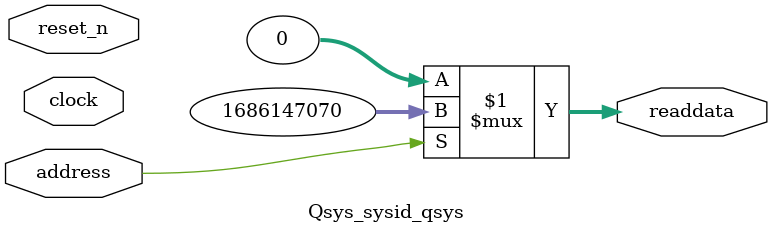
<source format=v>



// synthesis translate_off
`timescale 1ns / 1ps
// synthesis translate_on

// turn off superfluous verilog processor warnings 
// altera message_level Level1 
// altera message_off 10034 10035 10036 10037 10230 10240 10030 

module Qsys_sysid_qsys (
               // inputs:
                address,
                clock,
                reset_n,

               // outputs:
                readdata
             )
;

  output  [ 31: 0] readdata;
  input            address;
  input            clock;
  input            reset_n;

  wire    [ 31: 0] readdata;
  //control_slave, which is an e_avalon_slave
  assign readdata = address ? 1686147070 : 0;

endmodule



</source>
